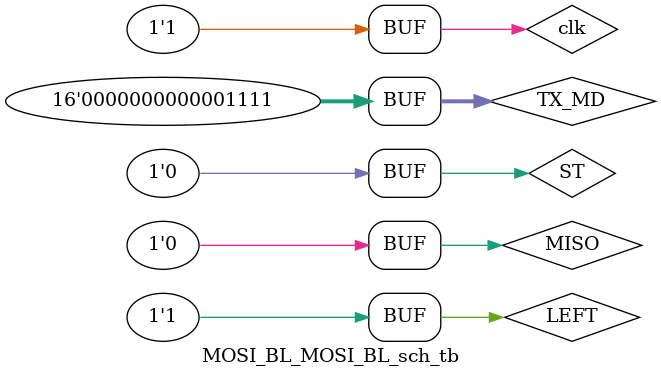
<source format=v>

`timescale 1ns / 1ps

module MOSI_BL_MOSI_BL_sch_tb();

// Inputs
   reg [15:0] TX_MD;
   reg LEFT;
   reg clk;
   reg ST;
   reg MISO;

// Output
   wire EN_TX;
   wire SCLK;
   wire CEfront;
   wire LOAD;
   wire MOSI;
   wire CEspad;
   wire [15:0] RX_SD;

// Bidirs

// Instantiate the UUT
   MOSI_BL UUT (
		.TX_MD(TX_MD), 
		.LEFT(LEFT), 
		.clk(clk), 
		.EN_TX(EN_TX), 
		.SCLK(SCLK), 
		.CEfront(CEfront), 
		.LOAD(LOAD), 
		.MOSI(MOSI), 
		.ST(ST), 
		.CEspad(CEspad), 
		.MISO(MISO), 
		.RX_SD(RX_SD)
   );
parameter Tclk=20; //Tclk=20ns
always begin clk=1'b0; #(Tclk/2) clk=1'b1; #(Tclk/2); end
       initial begin
		ST = 0;	TX_MD = 0;			LEFT = 0;	MISO = 0;
#1095;	ST = 1;	TX_MD = 16'h000F;	LEFT = 0;	MISO = 0;	
#20;		ST = 0;	TX_MD = 16'h000F;	LEFT = 0;	MISO = 0;
			
#12000;	ST = 1;	TX_MD = 16'h000F;	LEFT = 1;	MISO = 0;	
#20;		ST = 0;	TX_MD = 16'h000F;	LEFT = 1;	MISO = 0;	
end
endmodule

</source>
